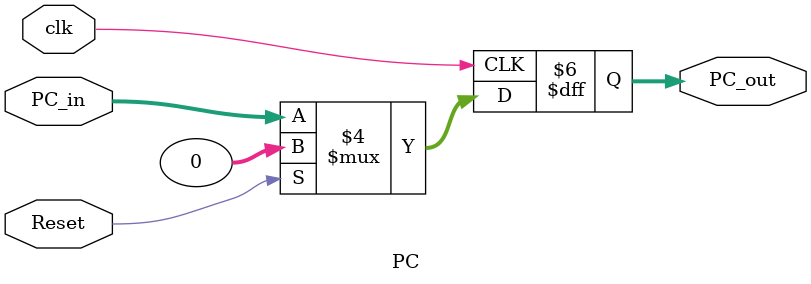
<source format=v>
module PC (clk, Reset, PC_in, PC_out);
input 	  clk;
input 	  Reset;
input      [31:0]PC_in;
output reg [31:0]PC_out;

always @(posedge clk) begin
	if (Reset == 1'b1) begin
		PC_out <= 32'b0;
		end
	else begin
		PC_out <= PC_in;
		end
end
endmodule
</source>
